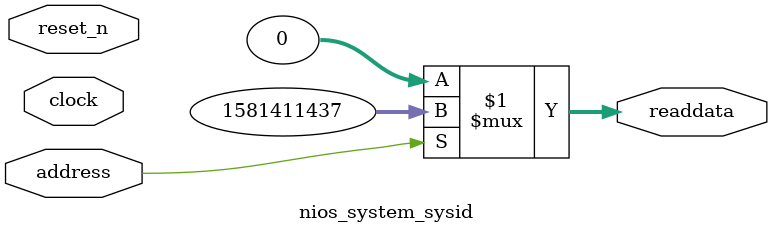
<source format=v>

`timescale 1ns / 1ps
// synthesis translate_on

// turn off superfluous verilog processor warnings 
// altera message_level Level1 
// altera message_off 10034 10035 10036 10037 10230 10240 10030 

module nios_system_sysid (
               // inputs:
                address,
                clock,
                reset_n,

               // outputs:
                readdata
             )
;

  output  [ 31: 0] readdata;
  input            address;
  input            clock;
  input            reset_n;

  wire    [ 31: 0] readdata;
  //control_slave, which is an e_avalon_slave
  assign readdata = address ? 1581411437 : 0;

endmodule




</source>
